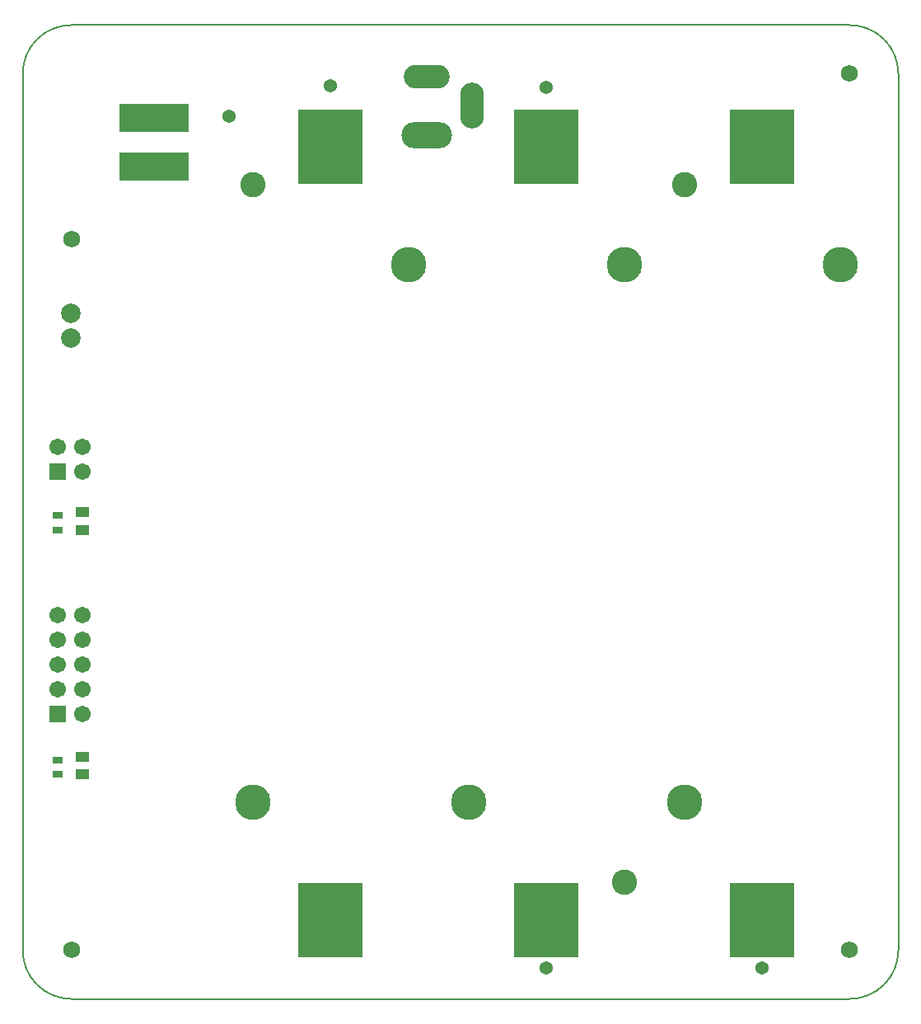
<source format=gbs>
G04*
G04 #@! TF.GenerationSoftware,Altium Limited,Altium Designer,21.1.1 (26)*
G04*
G04 Layer_Color=16711935*
%FSLAX25Y25*%
%MOIN*%
G70*
G04*
G04 #@! TF.SameCoordinates,5AD375DC-C50E-4051-8569-BF36B36DD858*
G04*
G04*
G04 #@! TF.FilePolarity,Negative*
G04*
G01*
G75*
%ADD13C,0.00591*%
%ADD32C,0.05394*%
%ADD35R,0.05709X0.04134*%
%ADD37R,0.03937X0.02953*%
%ADD48R,0.28359X0.11824*%
%ADD49C,0.06706*%
%ADD50R,0.06706X0.06706*%
%ADD51C,0.06800*%
%ADD52O,0.09658X0.18517*%
%ADD53O,0.20485X0.10642*%
%ADD54O,0.18517X0.09658*%
%ADD55C,0.07887*%
%ADD56C,0.10209*%
%ADD57C,0.14383*%
%ADD79R,0.26272X0.30170*%
D13*
X354331Y374016D02*
G03*
X334646Y393701I-19685J0D01*
G01*
Y0D02*
G03*
X354331Y19685I0J19685D01*
G01*
X19685Y393701D02*
G03*
X0Y374016I0J-19685D01*
G01*
X0Y19685D02*
G03*
X19685Y0I19685J0D01*
G01*
X354331Y19685D02*
Y374016D01*
X19685Y0D02*
X334646D01*
X0Y19685D02*
Y374016D01*
X19685Y393701D02*
X334646D01*
D32*
X299213Y12480D02*
D03*
X211862Y368516D02*
D03*
Y12480D02*
D03*
X124508Y369304D02*
D03*
X83563Y356791D02*
D03*
D35*
X24016Y196812D02*
D03*
Y189529D02*
D03*
Y90703D02*
D03*
Y97986D02*
D03*
D37*
X14016Y90703D02*
D03*
Y96608D02*
D03*
Y189578D02*
D03*
Y195484D02*
D03*
D48*
X53150Y336614D02*
D03*
Y356299D02*
D03*
D49*
X24016Y223099D02*
D03*
X14016D02*
D03*
X24016Y213100D02*
D03*
Y155039D02*
D03*
X14016D02*
D03*
X24016Y145039D02*
D03*
X14016D02*
D03*
X24016Y135039D02*
D03*
X14016D02*
D03*
X24016Y125039D02*
D03*
X14016D02*
D03*
X24016Y115039D02*
D03*
D50*
X14016Y213100D02*
D03*
Y115039D02*
D03*
D51*
X334646Y374016D02*
D03*
Y19685D02*
D03*
X19685Y307087D02*
D03*
Y19685D02*
D03*
D52*
X181890Y361024D02*
D03*
D53*
X163386Y349213D02*
D03*
D54*
Y372835D02*
D03*
D55*
X19488Y267244D02*
D03*
Y277244D02*
D03*
D56*
X93012Y329213D02*
D03*
X267717D02*
D03*
X243358Y47165D02*
D03*
D57*
X93012Y79528D02*
D03*
X156004Y296850D02*
D03*
X267717Y79528D02*
D03*
X330709Y296850D02*
D03*
X243358D02*
D03*
X180366Y79528D02*
D03*
D79*
X124508Y32008D02*
D03*
Y344370D02*
D03*
X299213Y32008D02*
D03*
Y344370D02*
D03*
X211862D02*
D03*
Y32008D02*
D03*
M02*

</source>
